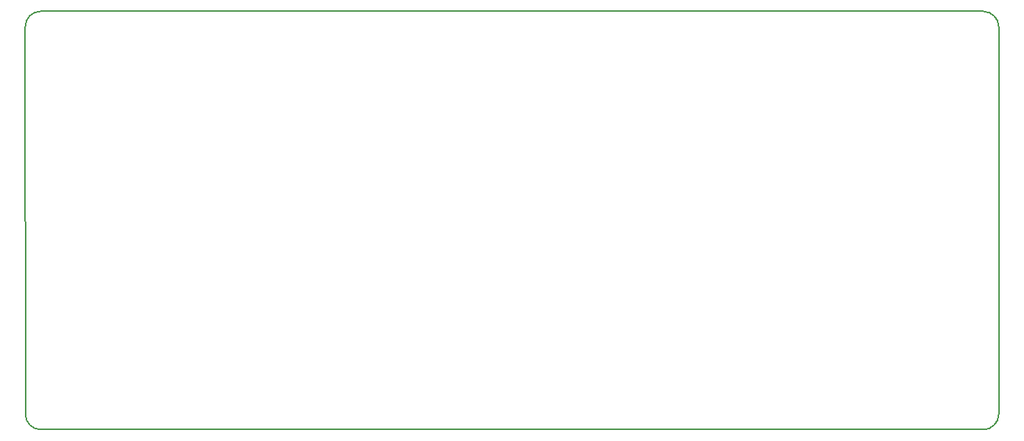
<source format=gbr>
%TF.GenerationSoftware,KiCad,Pcbnew,7.0.8-7.0.8~ubuntu23.04.1*%
%TF.CreationDate,2023-10-12T07:19:43+02:00*%
%TF.ProjectId,databoard_5048,64617461-626f-4617-9264-5f353034382e,rev?*%
%TF.SameCoordinates,Original*%
%TF.FileFunction,Profile,NP*%
%FSLAX46Y46*%
G04 Gerber Fmt 4.6, Leading zero omitted, Abs format (unit mm)*
G04 Created by KiCad (PCBNEW 7.0.8-7.0.8~ubuntu23.04.1) date 2023-10-12 07:19:43*
%MOMM*%
%LPD*%
G01*
G04 APERTURE LIST*
%TA.AperFunction,Profile*%
%ADD10C,0.200000*%
%TD*%
G04 APERTURE END LIST*
D10*
X154939998Y-64008002D02*
G75*
G03*
X153161998Y-62230002I-1777998J2D01*
G01*
X44437236Y-62217235D02*
X153161998Y-62230002D01*
X153162000Y-110490000D02*
X44449999Y-110490001D01*
X153162000Y-110490000D02*
G75*
G03*
X154940000Y-108712000I0J1778000D01*
G01*
X44437236Y-62217226D02*
G75*
G03*
X42659236Y-63995235I4J-1778004D01*
G01*
X42671999Y-108712001D02*
G75*
G03*
X44449999Y-110490001I1778001J1D01*
G01*
X154939998Y-64008002D02*
X154940000Y-108712000D01*
X42671999Y-108712001D02*
X42659236Y-63995235D01*
M02*

</source>
